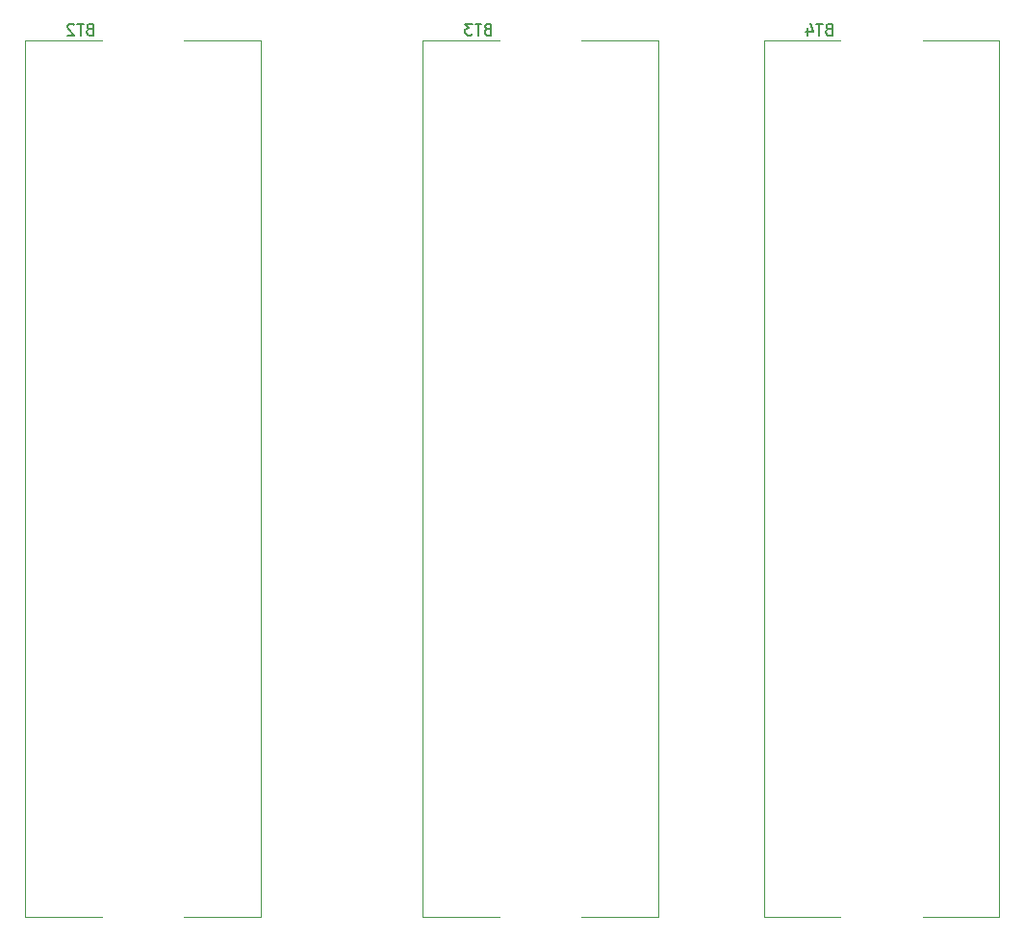
<source format=gbo>
G04 #@! TF.GenerationSoftware,KiCad,Pcbnew,5.1.5+dfsg1-2build2*
G04 #@! TF.CreationDate,2020-06-25T18:04:22+03:00*
G04 #@! TF.ProjectId,sdr-trx,7364722d-7472-4782-9e6b-696361645f70,A*
G04 #@! TF.SameCoordinates,Original*
G04 #@! TF.FileFunction,Legend,Bot*
G04 #@! TF.FilePolarity,Positive*
%FSLAX46Y46*%
G04 Gerber Fmt 4.6, Leading zero omitted, Abs format (unit mm)*
G04 Created by KiCad (PCBNEW 5.1.5+dfsg1-2build2) date 2020-06-25 18:04:22*
%MOMM*%
%LPD*%
G04 APERTURE LIST*
%ADD10C,0.120000*%
%ADD11C,0.150000*%
G04 APERTURE END LIST*
D10*
X112650000Y-111260000D02*
X119400000Y-111260000D01*
X133350000Y-111260000D02*
X126600000Y-111260000D01*
X133350000Y-34160000D02*
X126600000Y-34160000D01*
X133350000Y-34160000D02*
X133350000Y-111260000D01*
X112650000Y-34160000D02*
X112650000Y-111260000D01*
X112650000Y-34160000D02*
X119400000Y-34160000D01*
X103350000Y-34160000D02*
X96600000Y-34160000D01*
X82650000Y-34160000D02*
X89400000Y-34160000D01*
X82650000Y-111260000D02*
X89400000Y-111260000D01*
X82650000Y-111260000D02*
X82650000Y-34160000D01*
X103350000Y-111260000D02*
X103350000Y-34160000D01*
X103350000Y-111260000D02*
X96600000Y-111260000D01*
X47650000Y-111260000D02*
X54400000Y-111260000D01*
X68350000Y-111260000D02*
X61600000Y-111260000D01*
X68350000Y-34160000D02*
X61600000Y-34160000D01*
X68350000Y-34160000D02*
X68350000Y-111260000D01*
X47650000Y-34160000D02*
X47650000Y-111260000D01*
X47650000Y-34160000D02*
X54400000Y-34160000D01*
D11*
X118331071Y-33138571D02*
X118188214Y-33186190D01*
X118140595Y-33233809D01*
X118092976Y-33329047D01*
X118092976Y-33471904D01*
X118140595Y-33567142D01*
X118188214Y-33614761D01*
X118283452Y-33662380D01*
X118664404Y-33662380D01*
X118664404Y-32662380D01*
X118331071Y-32662380D01*
X118235833Y-32710000D01*
X118188214Y-32757619D01*
X118140595Y-32852857D01*
X118140595Y-32948095D01*
X118188214Y-33043333D01*
X118235833Y-33090952D01*
X118331071Y-33138571D01*
X118664404Y-33138571D01*
X117807261Y-32662380D02*
X117235833Y-32662380D01*
X117521547Y-33662380D02*
X117521547Y-32662380D01*
X116473928Y-32995714D02*
X116473928Y-33662380D01*
X116712023Y-32614761D02*
X116950119Y-33329047D01*
X116331071Y-33329047D01*
X88331071Y-33138571D02*
X88188214Y-33186190D01*
X88140595Y-33233809D01*
X88092976Y-33329047D01*
X88092976Y-33471904D01*
X88140595Y-33567142D01*
X88188214Y-33614761D01*
X88283452Y-33662380D01*
X88664404Y-33662380D01*
X88664404Y-32662380D01*
X88331071Y-32662380D01*
X88235833Y-32710000D01*
X88188214Y-32757619D01*
X88140595Y-32852857D01*
X88140595Y-32948095D01*
X88188214Y-33043333D01*
X88235833Y-33090952D01*
X88331071Y-33138571D01*
X88664404Y-33138571D01*
X87807261Y-32662380D02*
X87235833Y-32662380D01*
X87521547Y-33662380D02*
X87521547Y-32662380D01*
X86997738Y-32662380D02*
X86378690Y-32662380D01*
X86712023Y-33043333D01*
X86569166Y-33043333D01*
X86473928Y-33090952D01*
X86426309Y-33138571D01*
X86378690Y-33233809D01*
X86378690Y-33471904D01*
X86426309Y-33567142D01*
X86473928Y-33614761D01*
X86569166Y-33662380D01*
X86854880Y-33662380D01*
X86950119Y-33614761D01*
X86997738Y-33567142D01*
X53331071Y-33141571D02*
X53188214Y-33189190D01*
X53140595Y-33236809D01*
X53092976Y-33332047D01*
X53092976Y-33474904D01*
X53140595Y-33570142D01*
X53188214Y-33617761D01*
X53283452Y-33665380D01*
X53664404Y-33665380D01*
X53664404Y-32665380D01*
X53331071Y-32665380D01*
X53235833Y-32713000D01*
X53188214Y-32760619D01*
X53140595Y-32855857D01*
X53140595Y-32951095D01*
X53188214Y-33046333D01*
X53235833Y-33093952D01*
X53331071Y-33141571D01*
X53664404Y-33141571D01*
X52807261Y-32665380D02*
X52235833Y-32665380D01*
X52521547Y-33665380D02*
X52521547Y-32665380D01*
X51950119Y-32760619D02*
X51902500Y-32713000D01*
X51807261Y-32665380D01*
X51569166Y-32665380D01*
X51473928Y-32713000D01*
X51426309Y-32760619D01*
X51378690Y-32855857D01*
X51378690Y-32951095D01*
X51426309Y-33093952D01*
X51997738Y-33665380D01*
X51378690Y-33665380D01*
M02*

</source>
